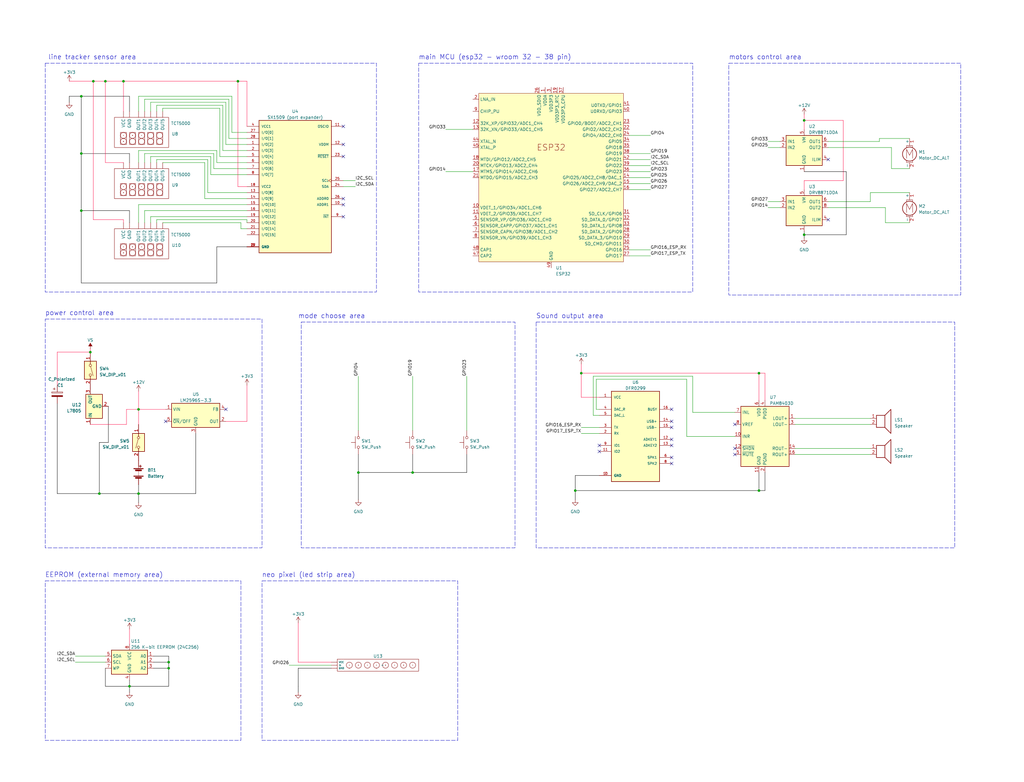
<source format=kicad_sch>
(kicad_sch (version 20230121) (generator eeschema)
  (paper "User" 431.8 329.997)
  (lib_symbols
    (symbol "Amplifier_Audio:PAM8403D"
      (property "Reference" "U" (at 1.27 16.51 0))
      (property "Value" "PAM8403D" (at 6.096 14.224 0))
      (symbol "PAM8403D_0_1"
        (rectangle (start -10.16 12.7) (end 10.16 -12.7) (stroke (width 0.254)) (fill (type background)))
      )
      (symbol "PAM8403D_1_1"
        (pin output line (at 12.7 7.62 180) (length 2.54) (name "LOUT+") (number "1"))
        (pin input line (at -12.7 0 0) (length 2.54) (name "INR") (number "10"))
        (pin power_in line (at -2.54 -15.24 90) (length 2.54) (name "GND") (number "11"))
        (pin input line (at -12.7 -5.08 0) (length 2.54) (name "~{SHDN}") (number "12"))
        (pin passive line (at 0 15.24 270) (length 2.54) hide (name "PVDD") (number "13"))
        (pin output line (at 12.7 -5.08 180) (length 2.54) (name "ROUT-") (number "14"))
        (pin passive line (at 0 -15.24 90) (length 2.54) hide (name "PGND") (number "15"))
        (pin output line (at 12.7 -7.62 180) (length 2.54) (name "ROUT+") (number "16"))
        (pin power_in line (at 0 -15.24 90) (length 2.54) (name "PGND") (number "2"))
        (pin output line (at 12.7 5.08 180) (length 2.54) (name "LOUT-") (number "3"))
        (pin power_in line (at 0 15.24 270) (length 2.54) (name "PVDD") (number "4"))
        (pin input line (at -12.7 -7.62 0) (length 2.54) (name "~{MUTE}") (number "5"))
        (pin power_in line (at -2.54 15.24 270) (length 2.54) (name "VDD") (number "6"))
        (pin input line (at -12.7 10.16 0) (length 2.54) (name "INL") (number "7"))
        (pin input line (at -12.7 5.08 0) (length 2.54) (name "VREF") (number "8"))
        (pin no_connect line (at 10.16 -10.16 180) (length 2.54) hide (name "NC") (number "9"))
      )
    )
    (symbol "DFR0299:DFR0299" (pin_names (offset 1.016))
      (property "Reference" "U" (at -10.16 18.542 0))
      (property "Value" "DFR0299" (at -10.16 -22.86 0))
      (symbol "DFR0299_0_0"
        (rectangle (start -10.16 -20.32) (end 10.16 17.78) (stroke (width 0.254)) (fill (type background)))
        (pin power_in line (at 15.24 15.24 180) (length 5.08) (name "VCC") (number "1"))
        (pin power_in line (at 15.24 -17.78 180) (length 5.08) (name "GND") (number "10"))
        (pin bidirectional line (at 15.24 -7.62 180) (length 5.08) (name "IO2") (number "11"))
        (pin input line (at -15.24 -2.54 0) (length 5.08) (name "ADKEY1") (number "12"))
        (pin input line (at -15.24 -5.08 0) (length 5.08) (name "ADKEY2") (number "13"))
        (pin input line (at -15.24 5.08 0) (length 5.08) (name "USB+") (number "14"))
        (pin input line (at -15.24 2.54 0) (length 5.08) (name "USB-") (number "15"))
        (pin input line (at -15.24 10.16 0) (length 5.08) (name "BUSY") (number "16"))
        (pin input line (at 15.24 0 180) (length 5.08) (name "RX") (number "2"))
        (pin output line (at 15.24 2.54 180) (length 5.08) (name "TX") (number "3"))
        (pin output line (at 15.24 10.16 180) (length 5.08) (name "DAC_R") (number "4"))
        (pin output line (at 15.24 7.62 180) (length 5.08) (name "DAC_L") (number "5"))
        (pin passive line (at -15.24 -10.16 0) (length 5.08) (name "SPK1") (number "6"))
        (pin power_in line (at 15.24 -17.78 180) (length 5.08) (name "GND") (number "7"))
        (pin passive line (at -15.24 -12.7 0) (length 5.08) (name "SPK2") (number "8"))
        (pin bidirectional line (at 15.24 -5.08 180) (length 5.08) (name "IO1") (number "9"))
      )
    )
    (symbol "Device:Battery" (pin_numbers hide) (pin_names (offset 0) hide)
      (property "Reference" "BT" (at 2.54 2.54 0))
      (property "Value" "Battery" (at 2.54 0 0))
      (symbol "Battery_0_1"
        (rectangle (start -2.032 -1.397) (end 2.032 -1.651) (fill (type outline)))
        (rectangle (start -2.032 1.778) (end 2.032 1.524) (fill (type outline)))
        (rectangle (start -1.3208 -1.9812) (end 1.27 -2.4892) (fill (type outline)))
        (rectangle (start -1.3208 1.1938) (end 1.27 0.6858) (fill (type outline)))
        (polyline (pts (xy 0 -1.524) (xy 0 -1.27)))
        (polyline (pts (xy 0 -1.016) (xy 0 -0.762)))
        (polyline (pts (xy 0 -0.508) (xy 0 -0.254)))
        (polyline (pts (xy 0 0) (xy 0 0.254)))
        (polyline (pts (xy 0 0.508) (xy 0 0.762)))
        (polyline (pts (xy 0 1.778) (xy 0 2.54)))
        (polyline (pts (xy 0.254 2.667) (xy 1.27 2.667)) (stroke (width 0.254)))
        (polyline (pts (xy 0.762 3.175) (xy 0.762 2.159)) (stroke (width 0.254)))
      )
      (symbol "Battery_1_1"
        (pin passive line (at 0 5.08 270) (length 2.54) (name "+") (number "1"))
        (pin passive line (at 0 -5.08 90) (length 2.54) (name "-") (number "2"))
      )
    )
    (symbol "Device:C_Polarized" (pin_numbers hide) (pin_names (offset 0.254))
      (property "Reference" "C" (at 0.635 2.54 0))
      (property "Value" "C_Polarized" (at 0.635 -2.54 0))
      (symbol "C_Polarized_0_1"
        (rectangle (start -2.286 0.508) (end 2.286 1.016))
        (polyline (pts (xy -1.778 2.286) (xy -0.762 2.286)))
        (polyline (pts (xy -1.27 2.794) (xy -1.27 1.778)))
        (rectangle (start 2.286 -0.508) (end -2.286 -1.016) (fill (type outline)))
      )
      (symbol "C_Polarized_1_1"
        (pin passive line (at 0 3.81 270) (length 2.794) (name "~") (number "1"))
        (pin passive line (at 0 -3.81 90) (length 2.794) (name "~") (number "2"))
      )
    )
    (symbol "Device:Speaker" (pin_names (offset 0) hide)
      (property "Reference" "LS" (at 1.27 5.715 0))
      (property "Value" "Speaker" (at 1.27 3.81 0))
      (symbol "Speaker_0_0"
        (rectangle (start -2.54 1.27) (end 1.016 -3.81) (stroke (width 0.254)))
        (polyline (pts (xy 1.016 1.27) (xy 3.556 3.81) (xy 3.556 -6.35) (xy 1.016 -3.81)) (stroke (width 0.254)))
      )
      (symbol "Speaker_1_1"
        (pin input line (at -5.08 0 0) (length 2.54) (name "1") (number "1"))
        (pin input line (at -5.08 -2.54 0) (length 2.54) (name "2") (number "2"))
      )
    )
    (symbol "Driver_Motor:DRV8871DDA"
      (property "Reference" "U" (at -6.35 6.35 0))
      (property "Value" "DRV8871DDA" (at 8.89 6.35 0))
      (symbol "DRV8871DDA_0_1"
        (rectangle (start -7.62 5.08) (end 7.62 -7.62) (stroke (width 0.254)) (fill (type background)))
      )
      (symbol "DRV8871DDA_1_1"
        (pin power_in line (at 0 -10.16 90) (length 2.54) (name "GND") (number "1"))
        (pin input line (at -10.16 0 0) (length 2.54) (name "IN2") (number "2"))
        (pin input line (at -10.16 2.54 0) (length 2.54) (name "IN1") (number "3"))
        (pin passive line (at 10.16 -5.08 180) (length 2.54) (name "ILIM") (number "4"))
        (pin power_in line (at 0 7.62 270) (length 2.54) (name "VM") (number "5"))
        (pin output line (at 10.16 2.54 180) (length 2.54) (name "OUT1") (number "6"))
        (pin passive line (at 0 -10.16 90) (length 2.54) hide (name "GND") (number "7"))
        (pin output line (at 10.16 0 180) (length 2.54) (name "OUT2") (number "8"))
        (pin passive line (at 0 -10.16 90) (length 2.54) hide (name "GND") (number "9"))
      )
    )
    (symbol "Espressif:ESP32"
      (property "Reference" "U" (at -30.48 40.64 0))
      (property "Value" "ESP32" (at -30.48 38.1 0))
      (symbol "ESP32_0_0"
        (text "ESP32" (at 0 12.7 0) (effects (font (size 2.54 2.54))))
      )
      (symbol "ESP32_0_1"
        (rectangle (start -30.48 35.56) (end 30.48 -35.56) (fill (type background)))
      )
      (symbol "ESP32_1_1"
        (pin power_in line (at -2.54 38.1 270) (length 2.54) (name "VDDA") (number "1"))
        (pin input line (at -33.02 -12.7 0) (length 2.54) (name "VDET_1/GPIO34/ADC1_CH6") (number "10"))
        (pin input line (at -33.02 -15.24 0) (length 2.54) (name "VDET_2/GPIO35/ADC1_CH7") (number "11"))
        (pin bidirectional line (at -33.02 22.86 0) (length 2.54) (name "32K_XP/GPIO32/ADC1_CH4") (number "12"))
        (pin bidirectional line (at -33.02 20.32 0) (length 2.54) (name "32K_XN/GPIO33/ADC1_CH5") (number "13"))
        (pin bidirectional line (at 33.02 0 180) (length 2.54) (name "GPIO25/ADC2_CH8/DAC_1") (number "14"))
        (pin bidirectional line (at 33.02 -2.54 180) (length 2.54) (name "GPIO26/ADC2_CH9/DAC_2") (number "15"))
        (pin bidirectional line (at 33.02 -5.08 180) (length 2.54) (name "GPIO27/ADC2_CH7") (number "16"))
        (pin bidirectional line (at -33.02 2.54 0) (length 2.54) (name "MTMS/GPIO14/ADC2_CH6") (number "17"))
        (pin bidirectional line (at -33.02 7.62 0) (length 2.54) (name "MTDI/GPIO12/ADC2_CH5") (number "18"))
        (pin power_in line (at 2.54 38.1 270) (length 2.54) (name "VDD3P3_RTC") (number "19"))
        (pin bidirectional line (at -33.02 33.02 0) (length 2.54) (name "LNA_IN") (number "2"))
        (pin bidirectional line (at -33.02 5.08 0) (length 2.54) (name "MTCK/GPIO13/ADC2_CH4") (number "20"))
        (pin bidirectional line (at -33.02 0 0) (length 2.54) (name "MTDO/GPIO15/ADC2_CH3") (number "21"))
        (pin bidirectional line (at 33.02 20.32 180) (length 2.54) (name "GPIO2/ADC2_CH2") (number "22"))
        (pin bidirectional line (at 33.02 22.86 180) (length 2.54) (name "GPIO0/BOOT/ADC2_CH1") (number "23"))
        (pin bidirectional line (at 33.02 17.78 180) (length 2.54) (name "GPIO4/ADC2_CH0") (number "24"))
        (pin bidirectional line (at 33.02 -30.48 180) (length 2.54) (name "GPIO16") (number "25"))
        (pin power_out line (at -5.08 38.1 270) (length 2.54) (name "VDD_SDIO") (number "26"))
        (pin bidirectional line (at 33.02 -33.02 180) (length 2.54) (name "GPIO17") (number "27"))
        (pin bidirectional line (at 33.02 -22.86 180) (length 2.54) (name "SD_DATA_2/GPIO9") (number "28"))
        (pin bidirectional line (at 33.02 -25.4 180) (length 2.54) (name "SD_DATA_3/GPIO10") (number "29"))
        (pin power_in line (at 0 38.1 270) (length 2.54) (name "VDD3P3") (number "3"))
        (pin bidirectional line (at 33.02 -27.94 180) (length 2.54) (name "SD_CMD/GPIO11") (number "30"))
        (pin bidirectional line (at 33.02 -15.24 180) (length 2.54) (name "SD_CLK/GPIO6") (number "31"))
        (pin bidirectional line (at 33.02 -17.78 180) (length 2.54) (name "SD_DATA_0/GPIO7") (number "32"))
        (pin bidirectional line (at 33.02 -20.32 180) (length 2.54) (name "SD_DATA_1/GPIO8") (number "33"))
        (pin bidirectional line (at 33.02 15.24 180) (length 2.54) (name "GPIO5") (number "34"))
        (pin bidirectional line (at 33.02 12.7 180) (length 2.54) (name "GPIO18") (number "35"))
        (pin bidirectional line (at 33.02 2.54 180) (length 2.54) (name "GPIO23") (number "36"))
        (pin power_in line (at 5.08 38.1 270) (length 2.54) (name "VDD3P3_CPU") (number "37"))
        (pin bidirectional line (at 33.02 10.16 180) (length 2.54) (name "GPIO19") (number "38"))
        (pin bidirectional line (at 33.02 5.08 180) (length 2.54) (name "GPIO22") (number "39"))
        (pin passive line (at 0 38.1 270) (length 2.54) hide (name "VDD3P3") (number "4"))
        (pin bidirectional line (at 33.02 27.94 180) (length 2.54) (name "U0RXD/GPIO3") (number "40"))
        (pin bidirectional line (at 33.02 30.48 180) (length 2.54) (name "U0TXD/GPIO1") (number "41"))
        (pin bidirectional line (at 33.02 7.62 180) (length 2.54) (name "GPIO21") (number "42"))
        (pin passive line (at -2.54 38.1 270) (length 2.54) hide (name "VDDA") (number "43"))
        (pin output line (at -33.02 15.24 0) (length 2.54) (name "XTAL_N") (number "44"))
        (pin input line (at -33.02 12.7 0) (length 2.54) (name "XTAL_P") (number "45"))
        (pin passive line (at -2.54 38.1 270) (length 2.54) hide (name "VDDA") (number "46"))
        (pin input line (at -33.02 -33.02 0) (length 2.54) (name "CAP2") (number "47"))
        (pin input line (at -33.02 -30.48 0) (length 2.54) (name "CAP1") (number "48"))
        (pin power_in line (at 0 -38.1 90) (length 2.54) (name "GND") (number "49"))
        (pin input line (at -33.02 -17.78 0) (length 2.54) (name "SENSOR_VP/GPIO36/ADC1_CH0") (number "5"))
        (pin input line (at -33.02 -20.32 0) (length 2.54) (name "SENSOR_CAPP/GPIO37/ADC1_CH1") (number "6"))
        (pin input line (at -33.02 -22.86 0) (length 2.54) (name "SENSOR_CAPN/GPIO38/ADC1_CH2") (number "7"))
        (pin input line (at -33.02 -25.4 0) (length 2.54) (name "SENSOR_VN/GPIO39/ADC1_CH3") (number "8"))
        (pin input line (at -33.02 27.94 0) (length 2.54) (name "CHIP_PU") (number "9"))
      )
    )
    (symbol "Memory_EEPROM:CAT24C256"
      (property "Reference" "U" (at -6.35 6.35 0))
      (property "Value" "CAT24C256" (at 1.27 6.35 0))
      (symbol "CAT24C256_1_1"
        (rectangle (start -7.62 5.08) (end 7.62 -5.08) (stroke (width 0.254)) (fill (type background)))
        (pin input line (at -10.16 2.54 0) (length 2.54) (name "A0") (number "1"))
        (pin input line (at -10.16 0 0) (length 2.54) (name "A1") (number "2"))
        (pin input line (at -10.16 -2.54 0) (length 2.54) (name "A2") (number "3"))
        (pin power_in line (at 0 -7.62 90) (length 2.54) (name "GND") (number "4"))
        (pin bidirectional line (at 10.16 2.54 180) (length 2.54) (name "SDA") (number "5"))
        (pin input line (at 10.16 0 180) (length 2.54) (name "SCL") (number "6"))
        (pin input line (at 10.16 -2.54 180) (length 2.54) (name "WP") (number "7"))
        (pin power_in line (at 0 7.62 270) (length 2.54) (name "VCC") (number "8"))
      )
    )
    (symbol "Motor:Motor_DC_ALT" (pin_names (offset 0))
      (property "Reference" "M" (at 2.54 2.54 0))
      (property "Value" "Motor_DC_ALT" (at 2.54 -5.08 0))
      (symbol "Motor_DC_ALT_0_0"
        (circle (center 0 -1.524) (radius 2.9718) (stroke (width 0.254)))
        (polyline (pts (xy -1.27 -4.318) (xy -1.27 -5.08) (xy 1.27 -5.08) (xy 1.27 -4.318)))
        (polyline (pts (xy -1.27 1.27) (xy -1.27 2.032) (xy 1.27 2.032) (xy 1.27 1.27)))
        (polyline (pts (xy -1.27 -3.302) (xy -1.27 0.508) (xy 0 -2.032) (xy 1.27 0.508) (xy 1.27 -3.302)))
      )
      (symbol "Motor_DC_ALT_0_1"
        (polyline (pts (xy 0 2.032) (xy 0 2.54)))
      )
      (symbol "Motor_DC_ALT_1_1"
        (pin passive line (at 0 5.08 270) (length 2.54) (name "+") (number "1"))
        (pin passive line (at 0 -7.62 90) (length 2.54) (name "-") (number "2"))
      )
    )
    (symbol "Regulator_Linear:L7805" (pin_names (offset 0.254))
      (property "Reference" "U" (at -3.81 3.175 0))
      (property "Value" "L7805" (at 0 3.175 0))
      (symbol "L7805_0_1"
        (rectangle (start -5.08 1.905) (end 5.08 -5.08) (stroke (width 0.254)) (fill (type background)))
      )
      (symbol "L7805_1_1"
        (pin power_in line (at -7.62 0 0) (length 2.54) (name "IN") (number "1"))
        (pin power_in line (at 0 -7.62 90) (length 2.54) (name "GND") (number "2"))
        (pin power_out line (at 7.62 0 180) (length 2.54) (name "OUT") (number "3"))
      )
    )
    (symbol "Regulator_Switching:LM2596S-3.3"
      (property "Reference" "U" (at -10.16 6.35 0))
      (property "Value" "LM2596S-3.3" (at 0 6.35 0))
      (symbol "LM2596S-3.3_0_1"
        (rectangle (start -10.16 5.08) (end 10.16 -5.08) (stroke (width 0.254)) (fill (type background)))
      )
      (symbol "LM2596S-3.3_1_1"
        (pin power_in line (at -12.7 2.54 0) (length 2.54) (name "VIN") (number "1"))
        (pin output line (at 12.7 -2.54 180) (length 2.54) (name "OUT") (number "2"))
        (pin power_in line (at 0 -7.62 90) (length 2.54) (name "GND") (number "3"))
        (pin input line (at 12.7 2.54 180) (length 2.54) (name "FB") (number "4"))
        (pin input line (at -12.7 -2.54 0) (length 2.54) (name "~{ON}/OFF") (number "5"))
      )
    )
    (symbol "SX1509BIULTRT:SX1509BIULTRT" (pin_names (offset 1.016))
      (property "Reference" "U" (at -15.24 28.702 0))
      (property "Value" "SX1509BIULTRT" (at -15.24 -30.48 0))
      (symbol "SX1509BIULTRT_0_0"
        (rectangle (start -15.24 -27.94) (end 15.24 27.94) (stroke (width 0.254)) (fill (type background)))
        (pin bidirectional line (at 20.32 17.78 180) (length 5.08) (name "I/O[2]") (number "1"))
        (pin input line (at -20.32 -7.62 0) (length 5.08) (name "ADDR1") (number "10"))
        (pin bidirectional line (at -20.32 25.4 0) (length 5.08) (name "OSCIO") (number "11"))
        (pin power_in line (at -20.32 17.78 0) (length 5.08) (name "VDDM") (number "12"))
        (pin bidirectional line (at 20.32 -2.54 180) (length 5.08) (name "I/O[8]") (number "13"))
        (pin bidirectional line (at 20.32 -5.08 180) (length 5.08) (name "I/O[9]") (number "14"))
        (pin bidirectional line (at 20.32 -7.62 180) (length 5.08) (name "I/O[10]") (number "15"))
        (pin bidirectional line (at 20.32 -10.16 180) (length 5.08) (name "I/O[11]") (number "16"))
        (pin power_in line (at 20.32 -25.4 180) (length 5.08) (name "GND") (number "17"))
        (pin power_in line (at 20.32 0 180) (length 5.08) (name "VCC2") (number "18"))
        (pin bidirectional line (at 20.32 -12.7 180) (length 5.08) (name "I/O[12]") (number "19"))
        (pin bidirectional line (at 20.32 15.24 180) (length 5.08) (name "I/O[3]") (number "2"))
        (pin bidirectional line (at 20.32 -15.24 180) (length 5.08) (name "I/O[13]") (number "20"))
        (pin bidirectional line (at 20.32 -17.78 180) (length 5.08) (name "I/O[14]") (number "21"))
        (pin bidirectional line (at 20.32 -20.32 180) (length 5.08) (name "I/O[15]") (number "22"))
        (pin input line (at -20.32 12.7 0) (length 5.08) (name "~{RESET}") (number "23"))
        (pin bidirectional line (at -20.32 0 0) (length 5.08) (name "SDA") (number "24"))
        (pin input clock (at -20.32 2.54 0) (length 5.08) (name "SCL") (number "25"))
        (pin input line (at -20.32 -5.08 0) (length 5.08) (name "ADDR0") (number "26"))
        (pin bidirectional line (at 20.32 22.86 180) (length 5.08) (name "I/O[0]") (number "27"))
        (pin bidirectional line (at 20.32 20.32 180) (length 5.08) (name "I/O[1]") (number "28"))
        (pin power_in line (at 20.32 -25.4 180) (length 5.08) (name "GND") (number "29"))
        (pin power_in line (at 20.32 -25.4 180) (length 5.08) (name "GND") (number "3"))
        (pin power_in line (at 20.32 25.4 180) (length 5.08) (name "VCC1") (number "4"))
        (pin bidirectional line (at 20.32 12.7 180) (length 5.08) (name "I/O[4]") (number "5"))
        (pin bidirectional line (at 20.32 10.16 180) (length 5.08) (name "I/O[5]") (number "6"))
        (pin bidirectional line (at 20.32 7.62 180) (length 5.08) (name "I/O[6]") (number "7"))
        (pin bidirectional line (at 20.32 5.08 180) (length 5.08) (name "I/O[7]") (number "8"))
        (pin output line (at -20.32 -12.7 0) (length 5.08) (name "~{INT}") (number "9"))
      )
    )
    (symbol "Switch:SW_DIP_x01" (pin_names (offset 0) hide)
      (property "Reference" "SW" (at 0 3.81 0))
      (property "Value" "SW_DIP_x01" (at 0 -3.81 0))
      (symbol "SW_DIP_x01_0_0"
        (circle (center -2.032 0) (radius 0.508))
        (polyline (pts (xy -1.524 0.127) (xy 2.3622 1.1684)))
        (circle (center 2.032 0) (radius 0.508))
      )
      (symbol "SW_DIP_x01_0_1"
        (rectangle (start -3.81 2.54) (end 3.81 -2.54) (stroke (width 0.254)) (fill (type background)))
      )
      (symbol "SW_DIP_x01_1_1"
        (pin passive line (at -7.62 0 0) (length 5.08) (name "~") (number "1"))
        (pin passive line (at 7.62 0 180) (length 5.08) (name "~") (number "2"))
      )
    )
    (symbol "Switch:SW_Push" (pin_numbers hide) (pin_names (offset 1.016) hide)
      (property "Reference" "SW" (at 1.27 2.54 0))
      (property "Value" "SW_Push" (at 0 -1.524 0))
      (symbol "SW_Push_0_1"
        (circle (center -2.032 0) (radius 0.508))
        (polyline (pts (xy 0 1.27) (xy 0 3.048)))
        (polyline (pts (xy 2.54 1.27) (xy -2.54 1.27)))
        (circle (center 2.032 0) (radius 0.508))
        (pin passive line (at -5.08 0 0) (length 2.54) (name "1") (number "1"))
        (pin passive line (at 5.08 0 180) (length 2.54) (name "2") (number "2"))
      )
    )
    (symbol "power:+12V" (power) (pin_names (offset 0))
      (property "Value" "+12V" (at 0 3.556 0))
      (symbol "+12V_0_1"
        (polyline (pts (xy -0.762 1.27) (xy 0 2.54)))
        (polyline (pts (xy 0 0) (xy 0 2.54)))
        (polyline (pts (xy 0 2.54) (xy 0.762 1.27)))
      )
      (symbol "+12V_1_1"
        (pin power_in line (at 0 0 90) (length 0) hide (name "+12V") (number "1"))
      )
    )
    (symbol "power:+3V3" (power) (pin_names (offset 0))
      (property "Value" "+3V3" (at 0 3.556 0))
      (symbol "+3V3_0_1"
        (polyline (pts (xy -0.762 1.27) (xy 0 2.54)))
        (polyline (pts (xy 0 0) (xy 0 2.54)))
        (polyline (pts (xy 0 2.54) (xy 0.762 1.27)))
      )
      (symbol "+3V3_1_1"
        (pin power_in line (at 0 0 90) (length 0) hide (name "+3V3") (number "1"))
      )
    )
    (symbol "power:GND" (power) (pin_names (offset 0))
      (property "Value" "GND" (at 0 -3.81 0))
      (symbol "GND_0_1"
        (polyline (pts (xy 0 0) (xy 0 -1.27) (xy 1.27 -1.27) (xy 0 -2.54) (xy -1.27 -1.27) (xy 0 -1.27)))
      )
      (symbol "GND_1_1"
        (pin power_in line (at 0 0 270) (length 0) hide (name "GND") (number "1"))
      )
    )
    (symbol "power:VS" (power) (pin_names (offset 0))
      (property "Value" "VS" (at 0 3.81 0))
      (symbol "VS_0_1"
        (polyline (pts (xy 0 0) (xy 0 2.54)))
        (polyline (pts (xy 0.762 1.27) (xy -0.762 1.27) (xy 0 2.54) (xy 0.762 1.27)) (fill (type outline)))
      )
      (symbol "VS_1_1"
        (pin power_in line (at 0 0 90) (length 0) hide (name "VS") (number "1"))
      )
    )
    (symbol "temp:TCRT5000_module_array"
      (property "Reference" "U" (at 6.35 8.89 0))
      (symbol "TCRT5000_module_array_0_1"
        (rectangle (start -11.43 6.35) (end 11.43 -6.35))
        (rectangle (start -8.89 0) (end -6.35 -5.08))
        (circle (center -7.62 -3.81) (radius 0.0001))
        (circle (center -7.62 -3.81) (radius 0.0001))
        (circle (center -7.62 -3.81) (radius 1.27))
        (circle (center -7.62 -2.54) (radius 0.0001))
        (circle (center -7.62 -1.27) (radius 0.0001))
        (circle (center -7.62 -1.27) (radius 1.27))
        (rectangle (start -5.08 0) (end -2.54 -5.08))
        (circle (center -3.81 -3.81) (radius 1.27))
        (circle (center -3.81 -1.27) (radius 0.0001))
        (circle (center -3.81 -1.27) (radius 0.0001))
        (circle (center -3.81 -1.27) (radius 1.27))
        (rectangle (start -1.27 0) (end 1.27 -5.08))
        (circle (center 0 -3.81) (radius 1.27))
        (circle (center 0 -1.27) (radius 0.0001))
        (circle (center 0 -1.27) (radius 1.27))
        (rectangle (start 2.54 0) (end 5.08 -5.08))
        (circle (center 3.81 -3.81) (radius 1.27))
        (circle (center 3.81 -1.27) (radius 1.27))
        (circle (center 7.62 -3.81) (radius 1.27))
        (circle (center 7.62 -1.27) (radius 1.27))
        (rectangle (start 8.89 -5.08) (end 6.35 0))
      )
      (symbol "TCRT5000_module_array_1_1"
        (pin input line (at -5.08 8.89 270) (length 2.54) (name "GND") (number ""))
        (pin output line (at -1.27 8.89 270) (length 2.54) (name "OUT1") (number ""))
        (pin output line (at 1.27 8.89 270) (length 2.54) (name "OUT2") (number ""))
        (pin output line (at 3.81 8.89 270) (length 2.54) (name "OUT3") (number ""))
        (pin output line (at 6.35 8.89 270) (length 2.54) (name "OUT4") (number ""))
        (pin output line (at 8.89 8.89 270) (length 2.54) (name "OUT5") (number ""))
        (pin input line (at -7.62 8.89 270) (length 2.54) (name "VCC") (number ""))
      )
    )
    (symbol "temp:neopixel_array"
      (property "Reference" "U" (at 0 5.08 0))
      (symbol "neopixel_array_0_1"
        (rectangle (start -19.05 2.54) (end 15.24 -2.54))
        (circle (center -13.97 -1.27) (radius 0.0001))
        (circle (center -13.97 0) (radius 0.0001))
        (circle (center -13.97 0) (radius 1.27))
        (circle (center -10.16 0) (radius 0.0001))
        (circle (center -10.16 0) (radius 0.0001))
        (circle (center -10.16 0) (radius 1.27))
        (circle (center -6.35 0) (radius 0.0001))
        (circle (center -6.35 0) (radius 1.27))
        (circle (center -2.54 -1.27) (radius 0.0001))
        (circle (center -2.54 0) (radius 0.0001))
        (circle (center -2.54 0) (radius 1.27))
        (circle (center 1.27 0) (radius 0.0001))
        (circle (center 1.27 0) (radius 0.0001))
        (circle (center 1.27 0) (radius 1.27))
        (circle (center 5.08 0) (radius 0.0001))
        (circle (center 5.08 0) (radius 1.27))
        (circle (center 8.89 0) (radius 0.0001))
        (circle (center 8.89 0) (radius 0.0001))
        (circle (center 8.89 0) (radius 1.27))
        (circle (center 12.7 0) (radius 0.0001))
        (circle (center 12.7 0) (radius 1.27))
      )
      (symbol "neopixel_array_1_1"
        (pin input line (at -21.59 -1.27 0) (length 2.54) (name "GND") (number ""))
        (pin input line (at -21.59 0 0) (length 2.54) (name "In") (number ""))
        (pin input line (at -21.59 1.27 0) (length 2.54) (name "VCC") (number ""))
      )
    )
  )
  (junction (at 38.1 148.59))
  (junction (at 71.12 279.4))
  (junction (at 44.45 34.29))
  (junction (at 41.91 208.28))
  (junction (at 52.07 34.29))
  (junction (at 39.37 34.29))
  (junction (at 339.09 50.8))
  (junction (at 71.12 281.94))
  (junction (at 173.99 199.39))
  (junction (at 320.04 157.48))
  (junction (at 34.29 88.9))
  (junction (at 58.42 172.72))
  (junction (at 54.61 289.56))
  (junction (at 320.04 207.01))
  (junction (at 245.11 157.48))
  (junction (at 242.57 207.01))
  (junction (at 339.09 99.06))
  (junction (at 58.42 208.28))
  (junction (at 100.33 34.29))
  (junction (at 151.13 199.39))
  (junction (at 34.29 64.77))
  (junction (at 34.29 40.64))
  (no_connect (at 144.78 83.82))
  (no_connect (at 144.78 91.44))
  (no_connect (at 283.21 180.34))
  (no_connect (at 144.78 66.04))
  (no_connect (at 309.88 189.23))
  (no_connect (at 309.88 179.07))
  (no_connect (at 144.78 53.34))
  (no_connect (at 144.78 86.36))
  (no_connect (at 283.21 185.42))
  (no_connect (at 69.85 177.8))
  (no_connect (at 95.25 172.72))
  (no_connect (at 144.78 60.96))
  (no_connect (at 283.21 187.96))
  (no_connect (at 252.73 190.5))
  (no_connect (at 283.21 193.04))
  (no_connect (at 349.25 92.71))
  (no_connect (at 283.21 177.8))
  (no_connect (at 349.25 67.31))
  (no_connect (at 283.21 172.72))
  (no_connect (at 252.73 187.96))
  (no_connect (at 283.21 195.58))
  (no_connect (at 309.88 191.77))
  (wire (pts (xy 375.92 71.12) (xy 375.92 62.23)))
  (wire (pts (xy 60.96 64.77) (xy 90.17 64.77)))
  (wire (pts (xy 339.09 99.06) (xy 339.09 100.33)) (stroke (width 0) (color 0 0 0 1)))
  (wire (pts (xy 68.58 68.58) (xy 86.36 68.58)))
  (wire (pts (xy 125.73 289.56) (xy 125.73 292.1)) (stroke (width 0) (color 0 0 0 1)))
  (wire (pts (xy 54.61 64.77) (xy 34.29 64.77)) (stroke (width 0) (color 0 0 0 1)))
  (wire (pts (xy 125.73 262.89) (xy 125.73 279.4)) (stroke (width 0) (color 255 12 72 1)))
  (wire (pts (xy 265.43 77.47) (xy 274.32 77.47)))
  (wire (pts (xy 63.5 46.99) (xy 63.5 43.18)))
  (wire (pts (xy 289.56 184.15) (xy 309.88 184.15)))
  (wire (pts (xy 274.32 69.85) (xy 265.43 69.85)))
  (wire (pts (xy 104.14 162.56) (xy 104.14 177.8)) (stroke (width 0) (color 255 12 72 1)))
  (wire (pts (xy 82.55 182.88) (xy 82.55 208.28)) (stroke (width 0) (color 0 0 0 1)))
  (wire (pts (xy 245.11 167.64) (xy 245.11 157.48)) (stroke (width 0) (color 255 12 72 1)))
  (wire (pts (xy 58.42 172.72) (xy 58.42 179.07)) (stroke (width 0) (color 255 12 72 1)))
  (wire (pts (xy 58.42 46.99) (xy 58.42 40.64)))
  (wire (pts (xy 274.32 64.77) (xy 265.43 64.77)))
  (wire (pts (xy 335.28 189.23) (xy 367.03 189.23)))
  (wire (pts (xy 265.43 105.41) (xy 274.32 105.41)))
  (wire (pts (xy 101.6 93.98) (xy 101.6 96.52)))
  (wire (pts (xy 96.52 58.42) (xy 104.14 58.42)))
  (wire (pts (xy 104.14 92.71) (xy 104.14 93.98)))
  (wire (pts (xy 54.61 289.56) (xy 44.45 289.56)) (stroke (width 0) (color 0 0 0 1)))
  (wire (pts (xy 149.86 78.74) (xy 144.78 78.74)))
  (wire (pts (xy 63.5 93.98) (xy 63.5 91.44)))
  (wire (pts (xy 52.07 92.71) (xy 39.37 92.71)) (stroke (width 0) (color 255 12 72 1)))
  (wire (pts (xy 45.72 186.69) (xy 41.91 186.69)) (stroke (width 0) (color 0 0 0 1)))
  (wire (pts (xy 322.58 207.01) (xy 320.04 207.01)) (stroke (width 0) (color 0 0 0 1)))
  (wire (pts (xy 31.75 279.4) (xy 44.45 279.4)))
  (wire (pts (xy 53.34 179.07) (xy 53.34 172.72)) (stroke (width 0) (color 255 12 72 1)))
  (wire (pts (xy 265.43 72.39) (xy 274.32 72.39)))
  (wire (pts (xy 101.6 96.52) (xy 104.14 96.52)))
  (wire (pts (xy 34.29 119.38) (xy 34.29 88.9)) (stroke (width 0) (color 0 0 0 1)))
  (wire (pts (xy 91.44 119.38) (xy 34.29 119.38)) (stroke (width 0) (color 0 0 0 1)))
  (wire (pts (xy 58.42 86.36) (xy 104.14 86.36)))
  (wire (pts (xy 320.04 168.91) (xy 320.04 157.48)) (stroke (width 0) (color 255 12 72 1)))
  (wire (pts (xy 367.03 85.09) (xy 367.03 81.28)))
  (wire (pts (xy 34.29 64.77) (xy 34.29 40.64)) (stroke (width 0) (color 0 0 0 1)))
  (wire (pts (xy 60.96 88.9) (xy 104.14 88.9)))
  (wire (pts (xy 58.42 208.28) (xy 58.42 212.09)) (stroke (width 0) (color 0 0 0 1)))
  (wire (pts (xy 52.07 93.98) (xy 52.07 92.71)) (stroke (width 0) (color 255 12 72 1)))
  (wire (pts (xy 38.1 147.32) (xy 38.1 148.59)) (stroke (width 0) (color 255 12 72 1)))
  (wire (pts (xy 71.12 289.56) (xy 54.61 289.56)) (stroke (width 0) (color 0 0 0 1)))
  (wire (pts (xy 64.77 279.4) (xy 71.12 279.4)) (stroke (width 0) (color 0 0 0 1)))
  (wire (pts (xy 41.91 208.28) (xy 58.42 208.28)) (stroke (width 0) (color 0 0 0 1)))
  (wire (pts (xy 373.38 93.98) (xy 373.38 87.63)))
  (wire (pts (xy 322.58 168.91) (xy 322.58 157.48)) (stroke (width 0) (color 255 12 72 1)))
  (wire (pts (xy 370.84 58.42) (xy 383.54 58.42)))
  (wire (pts (xy 349.25 87.63) (xy 373.38 87.63)))
  (wire (pts (xy 139.7 279.4) (xy 125.73 279.4)) (stroke (width 0) (color 255 12 72 1)))
  (wire (pts (xy 68.58 45.72) (xy 92.71 45.72)))
  (wire (pts (xy 335.28 191.77) (xy 367.03 191.77)))
  (wire (pts (xy 96.52 41.91) (xy 96.52 58.42)))
  (wire (pts (xy 355.6 50.8) (xy 339.09 50.8)) (stroke (width 0) (color 255 12 72 1)))
  (wire (pts (xy 250.19 175.26) (xy 250.19 158.75)))
  (wire (pts (xy 196.85 158.75) (xy 196.85 181.61)))
  (wire (pts (xy 60.96 93.98) (xy 60.96 88.9)))
  (wire (pts (xy 44.45 34.29) (xy 52.07 34.29)) (stroke (width 0) (color 255 12 72 1)))
  (wire (pts (xy 44.45 289.56) (xy 44.45 281.94)) (stroke (width 0) (color 0 0 0 1)))
  (wire (pts (xy 173.99 191.77) (xy 173.99 199.39)) (stroke (width 0) (color 0 0 0 1)))
  (wire (pts (xy 68.58 93.98) (xy 101.6 93.98)))
  (wire (pts (xy 349.25 85.09) (xy 367.03 85.09)))
  (wire (pts (xy 87.63 81.28) (xy 104.14 81.28)))
  (wire (pts (xy 54.61 68.58) (xy 54.61 64.77)) (stroke (width 0) (color 0 0 0 1)))
  (wire (pts (xy 91.44 104.14) (xy 91.44 119.38)) (stroke (width 0) (color 0 0 0 1)))
  (wire (pts (xy 66.04 92.71) (xy 104.14 92.71)))
  (wire (pts (xy 265.43 80.01) (xy 274.32 80.01)))
  (wire (pts (xy 54.61 93.98) (xy 54.61 88.9)) (stroke (width 0) (color 0 0 0 1)))
  (wire (pts (xy 39.37 34.29) (xy 44.45 34.29)) (stroke (width 0) (color 255 12 72 1)))
  (wire (pts (xy 139.7 281.94) (xy 125.73 281.94)) (stroke (width 0) (color 0 0 0 1)))
  (wire (pts (xy 196.85 199.39) (xy 173.99 199.39)) (stroke (width 0) (color 0 0 0 1)))
  (wire (pts (xy 54.61 46.99) (xy 54.61 40.64)) (stroke (width 0) (color 0 0 0 1)))
  (wire (pts (xy 323.85 87.63) (xy 328.93 87.63)))
  (wire (pts (xy 90.17 64.77) (xy 90.17 71.12)))
  (wire (pts (xy 91.44 68.58) (xy 104.14 68.58)))
  (wire (pts (xy 66.04 93.98) (xy 66.04 92.71)))
  (wire (pts (xy 104.14 104.14) (xy 91.44 104.14)) (stroke (width 0) (color 0 0 0 1)))
  (wire (pts (xy 45.72 171.45) (xy 45.72 186.69)) (stroke (width 0) (color 0 0 0 1)))
  (wire (pts (xy 68.58 46.99) (xy 68.58 45.72)))
  (wire (pts (xy 95.25 43.18) (xy 95.25 60.96)))
  (wire (pts (xy 95.25 177.8) (xy 104.14 177.8)) (stroke (width 0) (color 255 12 72 1)))
  (wire (pts (xy 38.1 179.07) (xy 53.34 179.07)) (stroke (width 0) (color 255 12 72 1)))
  (wire (pts (xy 339.09 76.2) (xy 355.6 76.2)) (stroke (width 0) (color 255 12 72 1)))
  (wire (pts (xy 339.09 80.01) (xy 339.09 76.2)) (stroke (width 0) (color 255 12 72 1)))
  (wire (pts (xy 292.1 158.75) (xy 292.1 173.99)))
  (wire (pts (xy 173.99 199.39) (xy 151.13 199.39)) (stroke (width 0) (color 0 0 0 1)))
  (wire (pts (xy 375.92 62.23) (xy 349.25 62.23)))
  (wire (pts (xy 339.09 99.06) (xy 356.87 99.06)) (stroke (width 0) (color 0 0 0 1)))
  (wire (pts (xy 323.85 85.09) (xy 328.93 85.09)))
  (wire (pts (xy 370.84 59.69) (xy 370.84 58.42)))
  (wire (pts (xy 41.91 208.28) (xy 24.13 208.28)) (stroke (width 0) (color 0 0 0 1)))
  (wire (pts (xy 335.28 179.07) (xy 367.03 179.07)))
  (wire (pts (xy 320.04 207.01) (xy 242.57 207.01)) (stroke (width 0) (color 0 0 0 1)))
  (wire (pts (xy 58.42 68.58) (xy 58.42 63.5)))
  (wire (pts (xy 151.13 191.77) (xy 151.13 199.39)) (stroke (width 0) (color 0 0 0 1)))
  (wire (pts (xy 252.73 175.26) (xy 250.19 175.26)))
  (wire (pts (xy 63.5 43.18) (xy 95.25 43.18)))
  (wire (pts (xy 58.42 93.98) (xy 58.42 86.36)))
  (wire (pts (xy 63.5 66.04) (xy 88.9 66.04)))
  (wire (pts (xy 97.79 55.88) (xy 104.14 55.88)))
  (wire (pts (xy 52.07 34.29) (xy 52.07 46.99)) (stroke (width 0) (color 255 12 72 1)))
  (wire (pts (xy 104.14 34.29) (xy 104.14 53.34)) (stroke (width 0) (color 255 12 72 1)))
  (wire (pts (xy 24.13 148.59) (xy 38.1 148.59)) (stroke (width 0) (color 255 12 72 1)))
  (wire (pts (xy 242.57 210.82) (xy 242.57 207.01)) (stroke (width 0) (color 0 0 0 1)))
  (wire (pts (xy 88.9 73.66) (xy 104.14 73.66)))
  (wire (pts (xy 245.11 157.48) (xy 245.11 153.67)) (stroke (width 0) (color 255 12 72 1)))
  (wire (pts (xy 64.77 281.94) (xy 71.12 281.94)) (stroke (width 0) (color 0 0 0 1)))
  (wire (pts (xy 187.96 72.39) (xy 199.39 72.39)))
  (wire (pts (xy 90.17 71.12) (xy 104.14 71.12)))
  (wire (pts (xy 71.12 281.94) (xy 71.12 289.56)) (stroke (width 0) (color 0 0 0 1)))
  (wire (pts (xy 383.54 93.98) (xy 373.38 93.98)))
  (wire (pts (xy 245.11 182.88) (xy 252.73 182.88)))
  (wire (pts (xy 34.29 88.9) (xy 34.29 64.77)) (stroke (width 0) (color 0 0 0 1)))
  (wire (pts (xy 63.5 91.44) (xy 104.14 91.44)))
  (wire (pts (xy 151.13 158.75) (xy 151.13 181.61)))
  (wire (pts (xy 323.85 62.23) (xy 328.93 62.23)))
  (wire (pts (xy 356.87 72.39) (xy 356.87 99.06)) (stroke (width 0) (color 0 0 0 1)))
  (wire (pts (xy 87.63 67.31) (xy 87.63 81.28)))
  (wire (pts (xy 339.09 50.8) (xy 339.09 54.61)) (stroke (width 0) (color 255 12 72 1)))
  (wire (pts (xy 125.73 281.94) (xy 125.73 289.56)) (stroke (width 0) (color 0 0 0 1)))
  (wire (pts (xy 196.85 191.77) (xy 196.85 199.39)) (stroke (width 0) (color 0 0 0 1)))
  (wire (pts (xy 251.46 160.02) (xy 251.46 172.72)))
  (wire (pts (xy 95.25 60.96) (xy 104.14 60.96)))
  (wire (pts (xy 39.37 92.71) (xy 39.37 34.29)) (stroke (width 0) (color 255 12 72 1)))
  (wire (pts (xy 82.55 208.28) (xy 58.42 208.28)) (stroke (width 0) (color 0 0 0 1)))
  (wire (pts (xy 63.5 68.58) (xy 63.5 66.04)))
  (wire (pts (xy 24.13 208.28) (xy 24.13 170.18)) (stroke (width 0) (color 0 0 0 1)))
  (wire (pts (xy 41.91 186.69) (xy 41.91 208.28)) (stroke (width 0) (color 0 0 0 1)))
  (wire (pts (xy 339.09 97.79) (xy 339.09 99.06)) (stroke (width 0) (color 0 0 0 1)))
  (wire (pts (xy 66.04 46.99) (xy 66.04 44.45)))
  (wire (pts (xy 121.92 280.67) (xy 139.7 280.67)))
  (wire (pts (xy 66.04 67.31) (xy 87.63 67.31)))
  (wire (pts (xy 93.98 63.5) (xy 104.14 63.5)))
  (wire (pts (xy 274.32 67.31) (xy 265.43 67.31)))
  (wire (pts (xy 97.79 40.64) (xy 97.79 55.88)))
  (wire (pts (xy 92.71 45.72) (xy 92.71 66.04)))
  (wire (pts (xy 60.96 41.91) (xy 96.52 41.91)))
  (wire (pts (xy 265.43 57.15) (xy 274.32 57.15)))
  (wire (pts (xy 71.12 276.86) (xy 71.12 279.4)) (stroke (width 0) (color 0 0 0 1)))
  (wire (pts (xy 187.96 54.61) (xy 199.39 54.61)))
  (wire (pts (xy 339.09 72.39) (xy 356.87 72.39)) (stroke (width 0) (color 0 0 0 1)))
  (wire (pts (xy 322.58 157.48) (xy 320.04 157.48)) (stroke (width 0) (color 255 12 72 1)))
  (wire (pts (xy 54.61 265.43) (xy 54.61 271.78)) (stroke (width 0) (color 255 12 72 1)))
  (wire (pts (xy 31.75 276.86) (xy 44.45 276.86)))
  (wire (pts (xy 29.21 43.18) (xy 29.21 40.64)) (stroke (width 0) (color 0 0 0 1)))
  (wire (pts (xy 24.13 162.56) (xy 24.13 148.59)) (stroke (width 0) (color 255 12 72 1)))
  (wire (pts (xy 349.25 59.69) (xy 370.84 59.69)))
  (wire (pts (xy 245.11 180.34) (xy 252.73 180.34)))
  (wire (pts (xy 58.42 40.64) (xy 97.79 40.64)))
  (wire (pts (xy 265.43 74.93) (xy 274.32 74.93)))
  (wire (pts (xy 292.1 173.99) (xy 309.88 173.99)))
  (wire (pts (xy 69.85 172.72) (xy 58.42 172.72)) (stroke (width 0) (color 255 12 72 1)))
  (wire (pts (xy 29.21 40.64) (xy 34.29 40.64)) (stroke (width 0) (color 0 0 0 1)))
  (wire (pts (xy 289.56 160.02) (xy 289.56 184.15)))
  (wire (pts (xy 64.77 276.86) (xy 71.12 276.86)) (stroke (width 0) (color 0 0 0 1)))
  (wire (pts (xy 60.96 46.99) (xy 60.96 41.91)))
  (wire (pts (xy 320.04 157.48) (xy 245.11 157.48)) (stroke (width 0) (color 255 12 72 1)))
  (wire (pts (xy 252.73 167.64) (xy 245.11 167.64)) (stroke (width 0) (color 255 12 72 1)))
  (wire (pts (xy 251.46 160.02) (xy 289.56 160.02)))
  (wire (pts (xy 93.98 44.45) (xy 93.98 63.5)))
  (wire (pts (xy 335.28 176.53) (xy 367.03 176.53)))
  (wire (pts (xy 242.57 207.01) (xy 242.57 200.66)) (stroke (width 0) (color 0 0 0 1)))
  (wire (pts (xy 88.9 66.04) (xy 88.9 73.66)))
  (wire (pts (xy 367.03 81.28) (xy 383.54 81.28)))
  (wire (pts (xy 322.58 199.39) (xy 322.58 207.01)) (stroke (width 0) (color 0 0 0 1)))
  (wire (pts (xy 100.33 78.74) (xy 100.33 34.29)) (stroke (width 0) (color 255 12 72 1)))
  (wire (pts (xy 339.09 48.26) (xy 339.09 50.8)) (stroke (width 0) (color 255 12 72 1)))
  (wire (pts (xy 250.19 158.75) (xy 292.1 158.75)))
  (wire (pts (xy 66.04 44.45) (xy 93.98 44.45)))
  (wire (pts (xy 71.12 279.4) (xy 71.12 281.94)) (stroke (width 0) (color 0 0 0 1)))
  (wire (pts (xy 66.04 68.58) (xy 66.04 67.31)))
  (wire (pts (xy 149.86 76.2) (xy 144.78 76.2)))
  (wire (pts (xy 54.61 40.64) (xy 34.29 40.64)) (stroke (width 0) (color 0 0 0 1)))
  (wire (pts (xy 251.46 172.72) (xy 252.73 172.72)))
  (wire (pts (xy 54.61 88.9) (xy 34.29 88.9)) (stroke (width 0) (color 0 0 0 1)))
  (wire (pts (xy 86.36 83.82) (xy 104.14 83.82)))
  (wire (pts (xy 323.85 59.69) (xy 328.93 59.69)))
  (wire (pts (xy 104.14 78.74) (xy 100.33 78.74)) (stroke (width 0) (color 255 12 72 1)))
  (wire (pts (xy 29.21 34.29) (xy 39.37 34.29)) (stroke (width 0) (color 255 12 72 1)))
  (wire (pts (xy 100.33 34.29) (xy 104.14 34.29)) (stroke (width 0) (color 255 12 72 1)))
  (wire (pts (xy 242.57 200.66) (xy 252.73 200.66)) (stroke (width 0) (color 0 0 0 1)))
  (wire (pts (xy 383.54 71.12) (xy 375.92 71.12)))
  (wire (pts (xy 60.96 68.58) (xy 60.96 64.77)))
  (wire (pts (xy 52.07 34.29) (xy 100.33 34.29)) (stroke (width 0) (color 255 12 72 1)))
  (wire (pts (xy 58.42 63.5) (xy 91.44 63.5)))
  (wire (pts (xy 52.07 68.58) (xy 44.45 68.58)) (stroke (width 0) (color 255 12 72 1)))
  (wire (pts (xy 54.61 289.56) (xy 54.61 292.1)) (stroke (width 0) (color 0 0 0 1)))
  (wire (pts (xy 58.42 165.1) (xy 58.42 172.72)) (stroke (width 0) (color 255 12 72 1)))
  (wire (pts (xy 53.34 172.72) (xy 58.42 172.72)) (stroke (width 0) (color 255 12 72 1)))
  (wire (pts (xy 355.6 76.2) (xy 355.6 50.8)) (stroke (width 0) (color 255 12 72 1)))
  (wire (pts (xy 86.36 68.58) (xy 86.36 83.82)))
  (wire (pts (xy 54.61 287.02) (xy 54.61 289.56)) (stroke (width 0) (color 0 0 0 1)))
  (wire (pts (xy 58.42 204.47) (xy 58.42 208.28)) (stroke (width 0) (color 0 0 0 1)))
  (wire (pts (xy 44.45 34.29) (xy 44.45 68.58)) (stroke (width 0) (color 255 12 72 1)))
  (wire (pts (xy 91.44 63.5) (xy 91.44 68.58)))
  (wire (pts (xy 173.99 158.75) (xy 173.99 181.61)))
  (wire (pts (xy 265.43 107.95) (xy 274.32 107.95)))
  (wire (pts (xy 92.71 66.04) (xy 104.14 66.04)))
  (wire (pts (xy 151.13 199.39) (xy 151.13 210.82)) (stroke (width 0) (color 0 0 0 1)))
  (wire (pts (xy 320.04 199.39) (xy 320.04 207.01)) (stroke (width 0) (color 0 0 0 1)))
  (rectangle (start 19.05 245.11) (end 101.6 312.42) (stroke (width 0) (type dash)))
  (rectangle (start 19.05 26.67) (end 158.75 123.19) (stroke (width 0) (type dash)))
  (rectangle (start 226.06 135.89) (end 402.59 231.14) (stroke (width 0) (type dash)))
  (rectangle (start 110.49 245.11) (end 193.04 312.42) (stroke (width 0) (type dash)))
  (rectangle (start 176.53 26.67) (end 292.1 123.19) (stroke (width 0) (type dash)))
  (rectangle (start 307.34 26.67) (end 405.13 124.46) (stroke (width 0) (type dash)))
  (rectangle (start 19.05 134.62) (end 110.49 231.14) (stroke (width 0) (type dash)))
  (rectangle (start 127 135.89) (end 217.17 231.14) (stroke (width 0) (type dash)))
  (text "Sound output area" (at 226.06 134.62 0) (effects (font (size 2 2)) (justify left bottom)))
  (text "main MCU (esp32 - wroom 32 - 38 pin) " (at 176.53 25.4 0) (effects (font (size 2 2)) (justify left bottom)))
  (text "line tracker sensor area" (at 20.32 25.4 0) (effects (font (size 2 2)) (justify left bottom)))
  (text "EEPROM (external memory area)" (at 19.05 243.84 0) (effects (font (size 2 2)) (justify left bottom)))
  (text "motors control area" (at 307.34 25.4 0) (effects (font (size 2 2)) (justify left bottom)))
  (text "power control area" (at 19.05 133.35 0) (effects (font (size 2 2)) (justify left bottom)))
  (text "mode choose area" (at 125.73 134.62 0) (effects (font (size 2 2)) (justify left bottom)))
  (text "neo pixel (led strip area)" (at 110.49 243.84 0) (effects (font (size 2 2)) (justify left bottom)))
  (label "GPIO26" (at 274.32 77.47 0))
  (label "GPIO19" (at 274.32 64.77 0))
  (label "I2C_SDA" (at 149.86 78.74 0))
  (label "I2C_SCL" (at 274.32 69.85 0))
  (label "GPIO4" (at 151.13 158.75 90))
  (label "GPIO27" (at 323.85 85.09 180))
  (label "GPIO26" (at 121.92 280.67 180))
  (label "GPIO14" (at 187.96 72.39 180))
  (label "GPIO23" (at 274.32 72.39 0))
  (label "I2C_SDA" (at 31.75 276.86 180))
  (label "GPIO23" (at 196.85 158.75 90))
  (label "GPIO17_ESP_TX" (at 245.11 182.88 180))
  (label "I2C_SCL" (at 149.86 76.2 0))
  (label "GPIO17_ESP_TX" (at 274.32 107.95 0))
  (label "GPIO27" (at 274.32 80.01 0))
  (label "I2C_SCL" (at 31.75 279.4 180))
  (label "GPIO19" (at 173.99 158.75 90))
  (label "GPIO25" (at 323.85 62.23 180))
  (label "I2C_SDA" (at 274.32 67.31 0))
  (label "GPIO25" (at 274.32 74.93 0))
  (label "GPIO33" (at 187.96 54.61 180))
  (label "GPIO4" (at 274.32 57.15 0))
  (label "GPIO16_ESP_RX" (at 274.32 105.41 0))
  (label "GPIO16_ESP_RX" (at 245.11 180.34 180))
  (label "GPIO14" (at 323.85 87.63 180))
  (label "GPIO33" (at 323.85 59.69 180))
  (symbol (lib_id "Device:Speaker") (at 372.11 189.23 0) (unit 1)
    (property "Reference" "LS2" (at 377.19 189.865 0) (effects (justify left)))
    (property "Value" "Speaker" (at 377.19 192.405 0) (effects (justify left)))
  )
  (symbol (lib_id "Regulator_Linear:L7805") (at 38.1 171.45 90) (unit 1)
    (property "Reference" "U12" (at 34.29 170.815 90) (effects (justify left)))
    (property "Value" "L7805" (at 34.29 173.355 90) (effects (justify left)))
    (property "Datasheet" "http://www.st.com/content/ccc/resource/technical/document/datasheet/41/4f/b3/b0/12/d4/47/88/CD00000444.pdf/files/CD00000444.pdf/jcr:content/translations/en.CD00000444.pdf" (effects hide))
  )
  (symbol (lib_id "Device:Battery") (at 58.42 199.39 0) (unit 1)
    (property "Reference" "BT1" (at 62.23 198.374 0) (effects (justify left)))
    (property "Value" "Battery" (at 62.23 200.914 0) (effects (justify left)))
  )
  (symbol (lib_id "Device:Speaker") (at 372.11 176.53 0) (unit 1)
    (property "Reference" "LS1" (at 377.19 177.165 0) (effects (justify left)))
    (property "Value" "Speaker" (at 377.19 179.705 0) (effects (justify left)))
  )
  (symbol (lib_id "Driver_Motor:DRV8871DDA") (at 339.09 62.23 0) (unit 1)
    (property "Reference" "U2" (at 341.0459 53.34 0) (effects (justify left)))
    (property "Value" "DRV8871DDA" (at 341.0459 55.88 0) (effects (justify left)))
    (property "Footprint" "Package_SO:Texas_HTSOP-8-1EP_3.9x4.9mm_P1.27mm_EP2.95x4.9mm_Mask2.4x3.1mm_ThermalVias" (effects hide))
    (property "Datasheet" "http://www.ti.com/lit/ds/symlink/drv8871.pdf" (effects hide))
  )
  (symbol (lib_id "SX1509BIULTRT:SX1509BIULTRT") (at 124.46 78.74 0) (mirror y) (unit 1)
    (property "Reference" "U4" (at 124.46 46.99 0))
    (property "Value" "SX1509 (port expander)" (at 124.46 49.53 0))
    (property "Footprint" "QFN40P400X400X60-29N" (effects hide))
    (property "E_MIN" "3.9" (effects hide))
    (property "D_MAX" "4.1" (effects hide))
    (property "D_NOM" "4.0" (effects hide))
    (property "A_MAX" "0.6" (effects hide))
    (property "B_MIN" "0.15" (effects hide))
    (property "MANUFACTURER" "Semtech" (effects hide))
    (property "ENOM" "0.4" (effects hide))
    (property "L_MAX" "0.5" (effects hide))
    (property "PARTREV" "Rev 4 – 26th April 2011" (effects hide))
    (property "PIN_COUNT_D" "7.0" (effects hide))
    (property "PIN_COUNT_E" "7.0" (effects hide))
    (property "L_MIN" "0.3" (effects hide))
    (property "B_NOM" "0.2" (effects hide))
    (property "L_NOM" "0.4" (effects hide))
    (property "D2_NOM" "2.65" (effects hide))
    (property "E2_NOM" "2.65" (effects hide))
    (property "E_NOM" "4.0" (effects hide))
    (property "SNAPEDA_PACKAGE_ID" "56799" (effects hide))
    (property "B_MAX" "0.25" (effects hide))
    (property "STANDARD" "IPC 7351B" (effects hide))
    (property "D_MIN" "3.9" (effects hide))
    (property "E_MAX" "4.1" (effects hide))
  )
  (symbol (lib_id "power:GND") (at 125.73 292.1 0) (mirror y) (unit 1)
    (property "Reference" "#PWR015" (effects hide))
    (property "Value" "GND" (at 125.73 297.18 0))
  )
  (symbol (lib_id "power:VS") (at 38.1 147.32 0) (unit 1)
    (property "Reference" "#PWR013" (effects hide))
    (property "Value" "power supply of esp32" (at 38.1 143.51 0))
  )
  (symbol (lib_id "power:+12V") (at 339.09 48.26 0) (unit 1)
    (property "Reference" "#PWR08" (effects hide))
    (property "Value" "+12V" (at 339.09 44.45 0))
  )
  (symbol (lib_id "power:+3V3") (at 29.21 34.29 0) (unit 1)
    (property "Reference" "#PWR02" (effects hide))
    (property "Value" "+3V3" (at 29.21 30.48 0))
  )
  (symbol (lib_id "temp:TCRT5000_module_array") (at 59.69 55.88 0) (unit 1)
    (property "Reference" "U8" (at 72.39 56.515 0) (effects (justify left)))
    (property "Value" "TCT5000" (at 76.2 52.07 0))
  )
  (symbol (lib_id "power:+3V3") (at 54.61 265.43 0) (mirror y) (unit 1)
    (property "Reference" "#PWR012" (effects hide))
    (property "Value" "+3V3" (at 54.61 261.62 0))
  )
  (symbol (lib_id "Regulator_Switching:LM2596S-3.3") (at 82.55 175.26 0) (unit 1)
    (property "Reference" "U5" (at 82.55 166.37 0))
    (property "Value" "LM2596S-3.3" (at 82.55 168.91 0))
    (property "Footprint" "Package_TO_SOT_SMD:TO-263-5_TabPin3" (effects hide))
    (property "Datasheet" "http://www.ti.com/lit/ds/symlink/lm2596.pdf" (effects hide))
  )
  (symbol (lib_id "power:GND") (at 58.42 212.09 0) (unit 1)
    (property "Reference" "#PWR03" (effects hide))
    (property "Value" "GND" (at 58.42 217.17 0))
  )
  (symbol (lib_id "Espressif:ESP32") (at 232.41 74.93 0) (unit 1)
    (property "Reference" "U1" (at 234.3659 113.03 0) (effects (justify left)))
    (property "Value" "ESP32" (at 234.3659 115.57 0) (effects (justify left)))
    (property "Footprint" "Package_DFN_QFN:QFN-48-1EP_6x6mm_P0.4mm_EP4.3x4.3mm" (effects hide))
    (property "Datasheet" "https://www.espressif.com/sites/default/files/documentation/esp32_datasheet_en.pdf" (effects hide))
  )
  (symbol (lib_id "temp:TCRT5000_module_array") (at 59.69 77.47 0) (unit 1)
    (property "Reference" "U9" (at 72.39 78.105 0) (effects (justify left)))
    (property "Value" "TCT5000" (at 76.2 73.66 0))
  )
  (symbol (lib_id "power:+3V3") (at 245.11 153.67 0) (unit 1)
    (property "Reference" "#PWR010" (effects hide))
    (property "Value" "+3V3" (at 245.11 149.86 0))
  )
  (symbol (lib_id "power:GND") (at 151.13 210.82 0) (unit 1)
    (property "Reference" "#PWR06" (effects hide))
    (property "Value" "GND" (at 151.13 215.9 0))
  )
  (symbol (lib_id "power:GND") (at 54.61 292.1 0) (mirror y) (unit 1)
    (property "Reference" "#PWR09" (effects hide))
    (property "Value" "GND" (at 54.61 297.18 0))
  )
  (symbol (lib_id "power:GND") (at 242.57 210.82 0) (unit 1)
    (property "Reference" "#PWR011" (effects hide))
    (property "Value" "GND" (at 242.57 215.9 0))
  )
  (symbol (lib_id "Motor:Motor_DC_ALT") (at 383.54 63.5 0) (unit 1)
    (property "Reference" "M1" (at 387.35 64.135 0) (effects (justify left)))
    (property "Value" "Motor_DC_ALT" (at 387.35 66.675 0) (effects (justify left)))
  )
  (symbol (lib_id "power:GND") (at 29.21 43.18 0) (unit 1)
    (property "Reference" "#PWR01" (effects hide))
    (property "Value" "GND" (at 29.21 48.26 0))
  )
  (symbol (lib_id "Switch:SW_DIP_x01") (at 58.42 186.69 90) (mirror x) (unit 1)
    (property "Reference" "SW5" (at 54.61 186.055 90) (effects (justify left)))
    (property "Value" "SW_DIP_x01" (at 54.61 188.595 90) (effects (justify left)))
  )
  (symbol (lib_id "temp:TCRT5000_module_array") (at 59.69 102.87 0) (unit 1)
    (property "Reference" "U10" (at 72.39 103.505 0) (effects (justify left)))
    (property "Value" "TCT5000" (at 76.2 99.06 0))
  )
  (symbol (lib_id "temp:neopixel_array") (at 161.29 280.67 0) (unit 1)
    (property "Reference" "U13" (at 159.385 276.86 0))
    (property "Value" "~" (at 161.29 280.67 0))
  )
  (symbol (lib_id "Memory_EEPROM:CAT24C256") (at 54.61 279.4 0) (mirror y) (unit 1)
    (property "Reference" "U11" (at 55.1941 270.51 0) (effects (justify right)))
    (property "Value" "256 K-bit EEPROM (24C256)" (at 55.1941 273.05 0) (effects (justify right)))
    (property "Datasheet" "https://www.onsemi.cn/PowerSolutions/document/CAT24C256-D.PDF" (effects hide))
  )
  (symbol (lib_id "Switch:SW_Push") (at 196.85 186.69 90) (unit 1)
    (property "Reference" "SW3" (at 198.12 186.055 90) (effects (justify right)))
    (property "Value" "SW_Push" (at 198.12 188.595 90) (effects (justify right)))
  )
  (symbol (lib_id "power:+12V") (at 58.42 165.1 0) (unit 1)
    (property "Reference" "#PWR05" (effects hide))
    (property "Value" "+12V" (at 58.42 161.29 0))
  )
  (symbol (lib_id "Switch:SW_DIP_x01") (at 38.1 156.21 270) (unit 1)
    (property "Reference" "SW4" (at 41.91 155.575 90) (effects (justify left)))
    (property "Value" "SW_DIP_x01" (at 41.91 158.115 90) (effects (justify left)))
  )
  (symbol (lib_id "Switch:SW_Push") (at 151.13 186.69 90) (unit 1)
    (property "Reference" "SW1" (at 152.4 186.055 90) (effects (justify right)))
    (property "Value" "SW_Push" (at 152.4 188.595 90) (effects (justify right)))
  )
  (symbol (lib_id "DFR0299:DFR0299") (at 267.97 182.88 0) (mirror y) (unit 1)
    (property "Reference" "U6" (at 267.97 161.29 0))
    (property "Value" "DFR0299" (at 267.97 163.83 0))
    (property "Footprint" "MODULE_DFR0299" (effects hide))
    (property "MP" "DFR0299" (effects hide))
    (property "PACKAGE" "None" (effects hide))
    (property "PRICE" "None" (effects hide))
    (property "MF" "DFRobot" (effects hide))
    (property "AVAILABILITY" "Unavailable" (effects hide))
    (property "DESCRIPTION" "Dfplayer - a Mini Mp3 Player" (effects hide))
  )
  (symbol (lib_id "Switch:SW_Push") (at 173.99 186.69 90) (unit 1)
    (property "Reference" "SW2" (at 175.26 186.055 90) (effects (justify right)))
    (property "Value" "SW_Push" (at 175.26 188.595 90) (effects (justify right)))
  )
  (symbol (lib_id "Motor:Motor_DC_ALT") (at 383.54 86.36 0) (unit 1)
    (property "Reference" "M2" (at 387.35 86.995 0) (effects (justify left)))
    (property "Value" "Motor_DC_ALT" (at 387.35 89.535 0) (effects (justify left)))
  )
  (symbol (lib_id "Amplifier_Audio:PAM8403D") (at 322.58 184.15 0) (unit 1)
    (property "Reference" "U7" (at 324.5359 167.64 0) (effects (justify left)))
    (property "Value" "PAM8403D" (at 324.5359 170.18 0) (effects (justify left)))
    (property "Footprint" "Package_SO:SOP-16_3.9x9.9mm_P1.27mm" (effects hide))
    (property "Datasheet" "https://www.diodes.com/assets/Datasheets/PAM8403.pdf" (effects hide))
  )
  (symbol (lib_id "power:+3V3") (at 104.14 162.56 0) (unit 1)
    (property "Reference" "#PWR04" (effects hide))
    (property "Value" "+3V3" (at 104.14 158.75 0))
  )
  (symbol (lib_id "Driver_Motor:DRV8871DDA") (at 339.09 87.63 0) (unit 1)
    (property "Reference" "U3" (at 341.0459 78.74 0) (effects (justify left)))
    (property "Value" "DRV8871DDA" (at 341.0459 81.28 0) (effects (justify left)))
    (property "Footprint" "Package_SO:Texas_HTSOP-8-1EP_3.9x4.9mm_P1.27mm_EP2.95x4.9mm_Mask2.4x3.1mm_ThermalVias" (effects hide))
    (property "Datasheet" "http://www.ti.com/lit/ds/symlink/drv8871.pdf" (effects hide))
  )
  (symbol (lib_id "Device:C_Polarized") (at 24.13 166.37 0) (unit 1)
    (property "Reference" "C1" (at 24.13 162.56 0) (effects (justify left)))
    (property "Value" "C_Polarized" (at 20.32 160.02 0) (effects (justify left)))
  )
  (symbol (lib_id "power:+3V3") (at 125.73 262.89 0) (unit 1)
    (property "Reference" "#PWR014" (effects hide))
    (property "Value" "+3V3" (at 125.73 259.08 0))
  )
  (symbol (lib_id "power:GND") (at 339.09 100.33 0) (unit 1)
    (property "Reference" "#PWR07" (effects hide))
    (property "Value" "GND" (at 339.09 105.41 0))
  )
)
</source>
